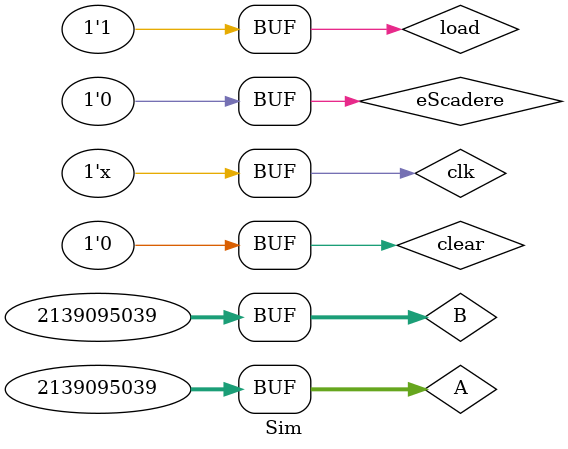
<source format=v>
`timescale 1ns / 1ps


module Sim(

    );
    
    reg clear;
	reg load;
	reg clk;
	reg [31:0] A = 0;
	reg [31:0] B = 0;
	reg eScadere;
	
	wire [31:0] Rez;

    Pipeline pipe(clear, load, clk, A, B, eScadere, Rez);

	initial
	begin
		
		clear = 0;
		load = 0;
		clk = 0;
		eScadere = 0;
		
		#100
		load = 1;
		A = 32'b00111110100010100011110101110001; // 0.27
		B = 32'b00111111000000000000000000000000; // 0.5
		
		#100
		A = 32'b00111111000110011001100110011010; //0.6
		B = 32'b10111101110011001100110011001101; //-0.1
		
		#100
		A = 32'b10111111011001100110011001100110; //-0.9
		B = 32'b10111101110011001100110011001101; //-0.1
		
		#100
		A = 32'b00111111100110011001100110011010; //32
		B = 32'b00111110100110011001100110011010; //8
	
	    #100
	    eScadere = 1;
	    A = 32'b00111111100110011001100110011010; //1.2
		B = 32'b00111111100110011001100110011010; //1.2
		
		#100
		eScadere = 0;
		A = 32'b01111111011111111111111111111111;
		B = 32'b01111111011111111111111111111111;
		
		
	end
	always 
		 #50 clk = ~clk;
	  
endmodule

</source>
